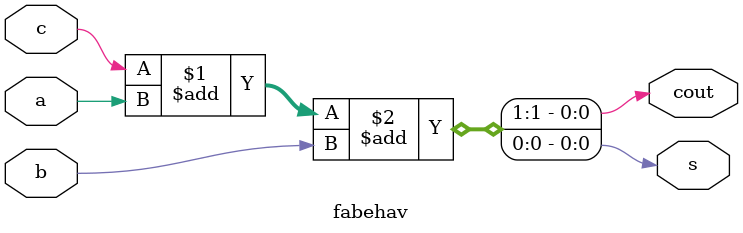
<source format=v>
module fabehav(input a,b,c,output s,cout);
  assign {cout,s}=c+a+b;
endmodule

</source>
